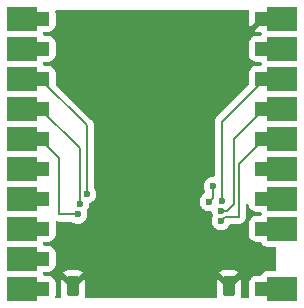
<source format=gbr>
%TF.GenerationSoftware,KiCad,Pcbnew,9.0.1+dfsg-1*%
%TF.CreationDate,2025-05-01T11:04:40+02:00*%
%TF.ProjectId,sim-and-sd-card,73696d2d-616e-4642-9d73-642d63617264,rev?*%
%TF.SameCoordinates,Original*%
%TF.FileFunction,Copper,L2,Bot*%
%TF.FilePolarity,Positive*%
%FSLAX46Y46*%
G04 Gerber Fmt 4.6, Leading zero omitted, Abs format (unit mm)*
G04 Created by KiCad (PCBNEW 9.0.1+dfsg-1) date 2025-05-01 11:04:40*
%MOMM*%
%LPD*%
G01*
G04 APERTURE LIST*
G04 Aperture macros list*
%AMRoundRect*
0 Rectangle with rounded corners*
0 $1 Rounding radius*
0 $2 $3 $4 $5 $6 $7 $8 $9 X,Y pos of 4 corners*
0 Add a 4 corners polygon primitive as box body*
4,1,4,$2,$3,$4,$5,$6,$7,$8,$9,$2,$3,0*
0 Add four circle primitives for the rounded corners*
1,1,$1+$1,$2,$3*
1,1,$1+$1,$4,$5*
1,1,$1+$1,$6,$7*
1,1,$1+$1,$8,$9*
0 Add four rect primitives between the rounded corners*
20,1,$1+$1,$2,$3,$4,$5,0*
20,1,$1+$1,$4,$5,$6,$7,0*
20,1,$1+$1,$6,$7,$8,$9,0*
20,1,$1+$1,$8,$9,$2,$3,0*%
G04 Aperture macros list end*
%TA.AperFunction,ComponentPad*%
%ADD10RoundRect,0.172244X-0.352756X-0.677756X0.352756X-0.677756X0.352756X0.677756X-0.352756X0.677756X0*%
%TD*%
%TA.AperFunction,ComponentPad*%
%ADD11RoundRect,0.172244X0.352756X0.677756X-0.352756X0.677756X-0.352756X-0.677756X0.352756X-0.677756X0*%
%TD*%
%TA.AperFunction,CastellatedPad*%
%ADD12R,2.540000X2.000000*%
%TD*%
%TA.AperFunction,ComponentPad*%
%ADD13RoundRect,0.250000X-0.375000X-0.375000X0.375000X-0.375000X0.375000X0.375000X-0.375000X0.375000X0*%
%TD*%
%TA.AperFunction,ViaPad*%
%ADD14C,0.600000*%
%TD*%
%TA.AperFunction,Conductor*%
%ADD15C,0.200000*%
%TD*%
G04 APERTURE END LIST*
D10*
%TO.P,J1,G1,GND*%
%TO.N,GND*%
X53015400Y-60020200D03*
D11*
%TO.P,J1,G8,GND*%
X66205400Y-60020200D03*
%TD*%
D12*
%TO.P,M1,1*%
%TO.N,unconnected-(M1-Pad1)_1*%
X70720800Y-60248800D03*
D13*
X69020800Y-60248800D03*
D12*
%TO.P,M1,3*%
%TO.N,SIM_VCC*%
X70720800Y-55168800D03*
D13*
X69020800Y-55168800D03*
D12*
%TO.P,M1,4*%
%TO.N,SIM_RESET*%
X70720800Y-52628800D03*
D13*
X69020800Y-52628800D03*
D12*
%TO.P,M1,5*%
%TO.N,SIM_VPP*%
X70720800Y-50088800D03*
D13*
X69020800Y-50088800D03*
D12*
%TO.P,M1,6*%
%TO.N,SD_VDD*%
X70720800Y-47548800D03*
D13*
X69020800Y-47548800D03*
D12*
%TO.P,M1,7*%
%TO.N,SIM_GND*%
X70720800Y-45008800D03*
D13*
X69020800Y-45008800D03*
D12*
%TO.P,M1,8*%
%TO.N,SD_CMD*%
X70720800Y-42468800D03*
D13*
X69020800Y-42468800D03*
D12*
%TO.P,M1,9*%
%TO.N,SD_CD*%
X70720800Y-39928800D03*
D13*
X69020800Y-39928800D03*
D12*
%TO.P,M1,10,GND*%
%TO.N,GND*%
X70720800Y-37388800D03*
D13*
X69020800Y-37388800D03*
%TO.P,M1,11*%
%TO.N,SD_DAT2*%
X50420800Y-60248800D03*
D12*
X48720800Y-60248800D03*
D13*
%TO.P,M1,12*%
%TO.N,SIM_AUX1*%
X50420800Y-57708800D03*
D12*
X48720800Y-57708800D03*
D13*
%TO.P,M1,13*%
%TO.N,SIM_CLK*%
X50420800Y-55168800D03*
D12*
X48720800Y-55168800D03*
D13*
%TO.P,M1,14*%
%TO.N,SIM_DATA*%
X50420800Y-52628800D03*
D12*
X48720800Y-52628800D03*
D13*
%TO.P,M1,15*%
%TO.N,SD_CLK*%
X50420800Y-50088800D03*
D12*
X48720800Y-50088800D03*
D13*
%TO.P,M1,16*%
%TO.N,SIM_AUX2*%
X50420800Y-47548800D03*
D12*
X48720800Y-47548800D03*
D13*
%TO.P,M1,17*%
%TO.N,SD_GND*%
X50420800Y-45008800D03*
D12*
X48720800Y-45008800D03*
D13*
%TO.P,M1,18*%
%TO.N,SD_DAT0*%
X50420800Y-42468800D03*
D12*
X48720800Y-42468800D03*
D13*
%TO.P,M1,19*%
%TO.N,SD_PRESENT*%
X50420800Y-39928800D03*
D12*
X48720800Y-39928800D03*
D13*
%TO.P,M1,20*%
%TO.N,SD_DAT1*%
X50420800Y-37388800D03*
D12*
X48720800Y-37388800D03*
%TD*%
D14*
%TO.N,SD_GND*%
X53594000Y-53060600D03*
%TO.N,SD_DAT2*%
X64871600Y-51580200D03*
X64541400Y-52882800D03*
%TO.N,SIM_AUX2*%
X53416200Y-53949600D03*
%TO.N,GND*%
X52385420Y-42915380D03*
X64750200Y-50342800D03*
X64795400Y-47269400D03*
X66395600Y-38709600D03*
X64750200Y-49227480D03*
X64750200Y-48389400D03*
X53694400Y-44297600D03*
%TO.N,SD_VDD*%
X65557480Y-54490975D03*
%TO.N,SIM_GND*%
X65564884Y-53627080D03*
%TO.N,SD_CMD*%
X65614204Y-52828601D03*
%TO.N,SD_DAT0*%
X54194000Y-52222400D03*
%TD*%
D15*
%TO.N,SD_GND*%
X53594000Y-53060600D02*
X53594000Y-48352000D01*
X53594000Y-48352000D02*
X50250800Y-45008800D01*
X50250800Y-45008800D02*
X49920800Y-45008800D01*
%TO.N,SD_DAT2*%
X64871600Y-51580200D02*
X64871600Y-52552600D01*
X64871600Y-52552600D02*
X64541400Y-52882800D01*
%TO.N,SIM_AUX2*%
X50250800Y-47548800D02*
X49920800Y-47548800D01*
X53416200Y-53949600D02*
X51917600Y-53949600D01*
X51866800Y-53898800D02*
X51866800Y-49164800D01*
X51866800Y-49164800D02*
X50250800Y-47548800D01*
X51917600Y-53949600D02*
X51866800Y-53898800D01*
%TO.N,GND*%
X64750200Y-50342800D02*
X64750200Y-47314600D01*
X64750200Y-47314600D02*
X64795400Y-47269400D01*
%TO.N,SD_VDD*%
X69181000Y-47548800D02*
X69511000Y-47548800D01*
X65895655Y-54152800D02*
X67056000Y-54152800D01*
X67056000Y-54152800D02*
X67056000Y-49673800D01*
X67056000Y-49673800D02*
X69181000Y-47548800D01*
X65557480Y-54490975D02*
X65895655Y-54152800D01*
%TO.N,SIM_GND*%
X66656000Y-47533800D02*
X69181000Y-45008800D01*
X66083120Y-53627080D02*
X66656000Y-53054200D01*
X69181000Y-45008800D02*
X69511000Y-45008800D01*
X65564884Y-53627080D02*
X66083120Y-53627080D01*
X66656000Y-53054200D02*
X66656000Y-47533800D01*
%TO.N,SD_CMD*%
X69241000Y-42468800D02*
X69511000Y-42468800D01*
X65614204Y-46095596D02*
X69241000Y-42468800D01*
X65614204Y-52828601D02*
X65614204Y-46095596D01*
%TO.N,SD_DAT0*%
X50250800Y-42468800D02*
X49920800Y-42468800D01*
X54194000Y-46412000D02*
X50250800Y-42468800D01*
X54194000Y-52222400D02*
X54194000Y-46412000D01*
%TD*%
%TA.AperFunction,Conductor*%
%TO.N,GND*%
G36*
X67881739Y-36638985D02*
G01*
X67927494Y-36691789D01*
X67937438Y-36760947D01*
X67932406Y-36782304D01*
X67906294Y-36861102D01*
X67906293Y-36861109D01*
X67895800Y-36963813D01*
X67895800Y-37813771D01*
X67895801Y-37813787D01*
X67906294Y-37916497D01*
X67961441Y-38082919D01*
X67961443Y-38082924D01*
X67965899Y-38090147D01*
X68645800Y-37410246D01*
X68645800Y-37438170D01*
X68671356Y-37533545D01*
X68720725Y-37619055D01*
X68790545Y-37688875D01*
X68876055Y-37738244D01*
X68971430Y-37763800D01*
X68999350Y-37763800D01*
X68319450Y-38443700D01*
X68326675Y-38448157D01*
X68493102Y-38503305D01*
X68493109Y-38503306D01*
X68595819Y-38513799D01*
X68877679Y-38513799D01*
X68898925Y-38520037D01*
X68921009Y-38521616D01*
X68931792Y-38529687D01*
X68944718Y-38533483D01*
X68959218Y-38550217D01*
X68976944Y-38563486D01*
X68987557Y-38582922D01*
X68990473Y-38586287D01*
X68993859Y-38594462D01*
X69001426Y-38614748D01*
X69006413Y-38684439D01*
X69001427Y-38701420D01*
X68993514Y-38722635D01*
X68951643Y-38778568D01*
X68886178Y-38802984D01*
X68877333Y-38803300D01*
X68595799Y-38803300D01*
X68595780Y-38803301D01*
X68493003Y-38813800D01*
X68493000Y-38813801D01*
X68326468Y-38868985D01*
X68326463Y-38868987D01*
X68177142Y-38961089D01*
X68053089Y-39085142D01*
X67960987Y-39234463D01*
X67960986Y-39234466D01*
X67905801Y-39401003D01*
X67905801Y-39401004D01*
X67905800Y-39401004D01*
X67895300Y-39503783D01*
X67895300Y-40353801D01*
X67895301Y-40353819D01*
X67905800Y-40456596D01*
X67905801Y-40456599D01*
X67960985Y-40623131D01*
X67960986Y-40623134D01*
X68053088Y-40772456D01*
X68177144Y-40896512D01*
X68326466Y-40988614D01*
X68493003Y-41043799D01*
X68595791Y-41054300D01*
X68877333Y-41054299D01*
X68898579Y-41060537D01*
X68920662Y-41062116D01*
X68931444Y-41070187D01*
X68944372Y-41073983D01*
X68958873Y-41090718D01*
X68976597Y-41103985D01*
X68987212Y-41123423D01*
X68990127Y-41126787D01*
X68993513Y-41134961D01*
X69001160Y-41155462D01*
X69006147Y-41225152D01*
X69001161Y-41242135D01*
X68993514Y-41262636D01*
X68951641Y-41318569D01*
X68886176Y-41342984D01*
X68877333Y-41343300D01*
X68595799Y-41343300D01*
X68595780Y-41343301D01*
X68493003Y-41353800D01*
X68493000Y-41353801D01*
X68326468Y-41408985D01*
X68326463Y-41408987D01*
X68177142Y-41501089D01*
X68053089Y-41625142D01*
X67960987Y-41774463D01*
X67960986Y-41774466D01*
X67905801Y-41941003D01*
X67905801Y-41941004D01*
X67905800Y-41941004D01*
X67895300Y-42043783D01*
X67895300Y-42893800D01*
X67895302Y-42893821D01*
X67895936Y-42900032D01*
X67883161Y-42968724D01*
X67860258Y-43000305D01*
X65245490Y-45615074D01*
X65133685Y-45726878D01*
X65133684Y-45726880D01*
X65100326Y-45784658D01*
X65054627Y-45863811D01*
X65013703Y-46016539D01*
X65013703Y-46016541D01*
X65013703Y-46184642D01*
X65013704Y-46184655D01*
X65013704Y-50655700D01*
X64994019Y-50722739D01*
X64941215Y-50768494D01*
X64889704Y-50779700D01*
X64792755Y-50779700D01*
X64638110Y-50810461D01*
X64638098Y-50810464D01*
X64492427Y-50870802D01*
X64492414Y-50870809D01*
X64361311Y-50958410D01*
X64361307Y-50958413D01*
X64249813Y-51069907D01*
X64249810Y-51069911D01*
X64162209Y-51201014D01*
X64162202Y-51201027D01*
X64101864Y-51346698D01*
X64101861Y-51346710D01*
X64071100Y-51501353D01*
X64071100Y-51659046D01*
X64101861Y-51813689D01*
X64101864Y-51813701D01*
X64162202Y-51959372D01*
X64162208Y-51959383D01*
X64192187Y-52004250D01*
X64213064Y-52070928D01*
X64194579Y-52138308D01*
X64157975Y-52176242D01*
X64031111Y-52261010D01*
X64031107Y-52261013D01*
X63919613Y-52372507D01*
X63919610Y-52372511D01*
X63832009Y-52503614D01*
X63832002Y-52503627D01*
X63771664Y-52649298D01*
X63771661Y-52649310D01*
X63740900Y-52803953D01*
X63740900Y-52961646D01*
X63771661Y-53116289D01*
X63771664Y-53116301D01*
X63832002Y-53261972D01*
X63832009Y-53261985D01*
X63919610Y-53393088D01*
X63919613Y-53393092D01*
X64031107Y-53504586D01*
X64031111Y-53504589D01*
X64162214Y-53592190D01*
X64162227Y-53592197D01*
X64307898Y-53652535D01*
X64307903Y-53652537D01*
X64429237Y-53676672D01*
X64462553Y-53683299D01*
X64462556Y-53683300D01*
X64462558Y-53683300D01*
X64620242Y-53683300D01*
X64632950Y-53680772D01*
X64702540Y-53686998D01*
X64757719Y-53729860D01*
X64778760Y-53778197D01*
X64795145Y-53860571D01*
X64795148Y-53860581D01*
X64854442Y-54003731D01*
X64861911Y-54073200D01*
X64849248Y-54109620D01*
X64848087Y-54111791D01*
X64787744Y-54257473D01*
X64787741Y-54257485D01*
X64756980Y-54412128D01*
X64756980Y-54569821D01*
X64787741Y-54724464D01*
X64787744Y-54724476D01*
X64848082Y-54870147D01*
X64848089Y-54870160D01*
X64935690Y-55001263D01*
X64935693Y-55001267D01*
X65047187Y-55112761D01*
X65047191Y-55112764D01*
X65178294Y-55200365D01*
X65178307Y-55200372D01*
X65323978Y-55260710D01*
X65323983Y-55260712D01*
X65478633Y-55291474D01*
X65478636Y-55291475D01*
X65478638Y-55291475D01*
X65636324Y-55291475D01*
X65636325Y-55291474D01*
X65790977Y-55260712D01*
X65936659Y-55200369D01*
X66067769Y-55112764D01*
X66179269Y-55001264D01*
X66266874Y-54870154D01*
X66283569Y-54829847D01*
X66327409Y-54775444D01*
X66393703Y-54753379D01*
X66398130Y-54753300D01*
X67135055Y-54753300D01*
X67135057Y-54753300D01*
X67287784Y-54712377D01*
X67424716Y-54633320D01*
X67536520Y-54521516D01*
X67615577Y-54384584D01*
X67656500Y-54231857D01*
X67656500Y-53150177D01*
X67676185Y-53083138D01*
X67728989Y-53037383D01*
X67798147Y-53027439D01*
X67861703Y-53056464D01*
X67899477Y-53115242D01*
X67903858Y-53137576D01*
X67905800Y-53156596D01*
X67905801Y-53156599D01*
X67940719Y-53261972D01*
X67960986Y-53323134D01*
X68053088Y-53472456D01*
X68177144Y-53596512D01*
X68326466Y-53688614D01*
X68493003Y-53743799D01*
X68595791Y-53754300D01*
X68877333Y-53754299D01*
X68898579Y-53760537D01*
X68920662Y-53762116D01*
X68931444Y-53770187D01*
X68944372Y-53773983D01*
X68958873Y-53790718D01*
X68976597Y-53803985D01*
X68987212Y-53823423D01*
X68990127Y-53826787D01*
X68993513Y-53834961D01*
X69001160Y-53855462D01*
X69006147Y-53925152D01*
X69001161Y-53942135D01*
X68993514Y-53962636D01*
X68951641Y-54018569D01*
X68886176Y-54042984D01*
X68877333Y-54043300D01*
X68595799Y-54043300D01*
X68595780Y-54043301D01*
X68493003Y-54053800D01*
X68493000Y-54053801D01*
X68326468Y-54108985D01*
X68326463Y-54108987D01*
X68177142Y-54201089D01*
X68053089Y-54325142D01*
X67960987Y-54474463D01*
X67960986Y-54474466D01*
X67905801Y-54641003D01*
X67905801Y-54641004D01*
X67905800Y-54641004D01*
X67895300Y-54743783D01*
X67895300Y-55593801D01*
X67895301Y-55593819D01*
X67905800Y-55696596D01*
X67905801Y-55696599D01*
X67960985Y-55863131D01*
X67960986Y-55863134D01*
X68053088Y-56012456D01*
X68177144Y-56136512D01*
X68326466Y-56228614D01*
X68493003Y-56283799D01*
X68595791Y-56294300D01*
X68877333Y-56294299D01*
X68944372Y-56313983D01*
X68990127Y-56366787D01*
X68993514Y-56374964D01*
X69007004Y-56411132D01*
X69007005Y-56411134D01*
X69093252Y-56526344D01*
X69093255Y-56526347D01*
X69208464Y-56612593D01*
X69208471Y-56612597D01*
X69343317Y-56662891D01*
X69343316Y-56662891D01*
X69350244Y-56663635D01*
X69402927Y-56669300D01*
X70096300Y-56669299D01*
X70163339Y-56688983D01*
X70209094Y-56741787D01*
X70220300Y-56793299D01*
X70220300Y-58624300D01*
X70200615Y-58691339D01*
X70147811Y-58737094D01*
X70096300Y-58748300D01*
X69402929Y-58748300D01*
X69402923Y-58748301D01*
X69343316Y-58754708D01*
X69208471Y-58805002D01*
X69208464Y-58805006D01*
X69093255Y-58891252D01*
X69093252Y-58891255D01*
X69007005Y-59006465D01*
X68993514Y-59042636D01*
X68951641Y-59098569D01*
X68886176Y-59122984D01*
X68877333Y-59123300D01*
X68595799Y-59123300D01*
X68595780Y-59123301D01*
X68493003Y-59133800D01*
X68493000Y-59133801D01*
X68326468Y-59188985D01*
X68326463Y-59188987D01*
X68177142Y-59281089D01*
X68053089Y-59405142D01*
X67960987Y-59554463D01*
X67960986Y-59554466D01*
X67905801Y-59721003D01*
X67905801Y-59721004D01*
X67905800Y-59721004D01*
X67895300Y-59823783D01*
X67895300Y-60673801D01*
X67895301Y-60673819D01*
X67905800Y-60776596D01*
X67905801Y-60776599D01*
X67931879Y-60855296D01*
X67934281Y-60925124D01*
X67898549Y-60985166D01*
X67836029Y-61016359D01*
X67814173Y-61018300D01*
X67330979Y-61018300D01*
X67263940Y-60998615D01*
X67218185Y-60945811D01*
X67208241Y-60876653D01*
X67212594Y-60857409D01*
X67224244Y-60820020D01*
X67230399Y-60752283D01*
X67230399Y-59348752D01*
X67230398Y-59348751D01*
X66469856Y-60109294D01*
X66408533Y-60142779D01*
X66338841Y-60137795D01*
X66294494Y-60109294D01*
X66265400Y-60080200D01*
X66265400Y-59606648D01*
X67019228Y-58852820D01*
X66975785Y-58809377D01*
X66975780Y-58809373D01*
X66836081Y-58724923D01*
X66836074Y-58724920D01*
X66680221Y-58676355D01*
X66680223Y-58676355D01*
X66612483Y-58670200D01*
X65798305Y-58670200D01*
X65730585Y-58676353D01*
X65730578Y-58676355D01*
X65574725Y-58724920D01*
X65574718Y-58724923D01*
X65435019Y-58809373D01*
X65435014Y-58809377D01*
X65391572Y-58852820D01*
X65945754Y-59407002D01*
X65895848Y-59456909D01*
X65865400Y-59530418D01*
X65865400Y-60033752D01*
X65180400Y-59348752D01*
X65180400Y-60752294D01*
X65186553Y-60820014D01*
X65186554Y-60820018D01*
X65198206Y-60857409D01*
X65199358Y-60927269D01*
X65162557Y-60986662D01*
X65099488Y-61016730D01*
X65079821Y-61018300D01*
X54140979Y-61018300D01*
X54073940Y-60998615D01*
X54028185Y-60945811D01*
X54018241Y-60876653D01*
X54022594Y-60857409D01*
X54034244Y-60820020D01*
X54040399Y-60752283D01*
X54040399Y-59348752D01*
X54040398Y-59348751D01*
X53355400Y-60033749D01*
X53355400Y-59530418D01*
X53324952Y-59456909D01*
X53275045Y-59407002D01*
X53829228Y-58852820D01*
X53785785Y-58809377D01*
X53785780Y-58809373D01*
X53646081Y-58724923D01*
X53646074Y-58724920D01*
X53490221Y-58676355D01*
X53490223Y-58676355D01*
X53422483Y-58670200D01*
X52608305Y-58670200D01*
X52540585Y-58676353D01*
X52540578Y-58676355D01*
X52384725Y-58724920D01*
X52384718Y-58724923D01*
X52245019Y-58809373D01*
X52245014Y-58809377D01*
X52201572Y-58852820D01*
X52955400Y-59606648D01*
X52955400Y-60080200D01*
X52926305Y-60109295D01*
X52864982Y-60142780D01*
X52795290Y-60137796D01*
X52750943Y-60109295D01*
X51990400Y-59348752D01*
X51990400Y-60752294D01*
X51996553Y-60820014D01*
X51996554Y-60820018D01*
X52008206Y-60857409D01*
X52009358Y-60927269D01*
X51972557Y-60986662D01*
X51909488Y-61016730D01*
X51889821Y-61018300D01*
X51627426Y-61018300D01*
X51560387Y-60998615D01*
X51514632Y-60945811D01*
X51504688Y-60876653D01*
X51509718Y-60855303D01*
X51535799Y-60776597D01*
X51546300Y-60673809D01*
X51546299Y-59823792D01*
X51535799Y-59721003D01*
X51480614Y-59554466D01*
X51388512Y-59405144D01*
X51264456Y-59281088D01*
X51115134Y-59188986D01*
X50948597Y-59133801D01*
X50948595Y-59133800D01*
X50845816Y-59123300D01*
X50845809Y-59123300D01*
X50564266Y-59123300D01*
X50543020Y-59117061D01*
X50520932Y-59115482D01*
X50510148Y-59107409D01*
X50497227Y-59103615D01*
X50482727Y-59086881D01*
X50464999Y-59073610D01*
X50454385Y-59054173D01*
X50451472Y-59050811D01*
X50448084Y-59042633D01*
X50440438Y-59022133D01*
X50435454Y-58952441D01*
X50440439Y-58935464D01*
X50448086Y-58914963D01*
X50489959Y-58859030D01*
X50555424Y-58834615D01*
X50564267Y-58834299D01*
X50845802Y-58834299D01*
X50845808Y-58834299D01*
X50948597Y-58823799D01*
X51115134Y-58768614D01*
X51264456Y-58676512D01*
X51388512Y-58552456D01*
X51480614Y-58403134D01*
X51535799Y-58236597D01*
X51546300Y-58133809D01*
X51546299Y-57283792D01*
X51535799Y-57181003D01*
X51480614Y-57014466D01*
X51388512Y-56865144D01*
X51264456Y-56741088D01*
X51171688Y-56683869D01*
X51115136Y-56648987D01*
X51115131Y-56648985D01*
X51113662Y-56648498D01*
X50948597Y-56593801D01*
X50948595Y-56593800D01*
X50845816Y-56583300D01*
X50845809Y-56583300D01*
X50564266Y-56583300D01*
X50543020Y-56577061D01*
X50520932Y-56575482D01*
X50510148Y-56567409D01*
X50497227Y-56563615D01*
X50482727Y-56546881D01*
X50464999Y-56533610D01*
X50454385Y-56514173D01*
X50451472Y-56510811D01*
X50448084Y-56502633D01*
X50440438Y-56482133D01*
X50435454Y-56412441D01*
X50440439Y-56395464D01*
X50448086Y-56374963D01*
X50489959Y-56319030D01*
X50555424Y-56294615D01*
X50564267Y-56294299D01*
X50845802Y-56294299D01*
X50845808Y-56294299D01*
X50948597Y-56283799D01*
X51115134Y-56228614D01*
X51264456Y-56136512D01*
X51388512Y-56012456D01*
X51480614Y-55863134D01*
X51535799Y-55696597D01*
X51546300Y-55593809D01*
X51546299Y-54743792D01*
X51536009Y-54643063D01*
X51548778Y-54574373D01*
X51596659Y-54523489D01*
X51664449Y-54506568D01*
X51691455Y-54510688D01*
X51838543Y-54550100D01*
X51996657Y-54550100D01*
X52836434Y-54550100D01*
X52903473Y-54569785D01*
X52905325Y-54570998D01*
X53037014Y-54658990D01*
X53037027Y-54658997D01*
X53165900Y-54712377D01*
X53182703Y-54719337D01*
X53305601Y-54743783D01*
X53337353Y-54750099D01*
X53337356Y-54750100D01*
X53337358Y-54750100D01*
X53495044Y-54750100D01*
X53495045Y-54750099D01*
X53649697Y-54719337D01*
X53795379Y-54658994D01*
X53926489Y-54571389D01*
X54037989Y-54459889D01*
X54125594Y-54328779D01*
X54127101Y-54325142D01*
X54155125Y-54257485D01*
X54185937Y-54183097D01*
X54216700Y-54028442D01*
X54216700Y-53870758D01*
X54216700Y-53870755D01*
X54216699Y-53870753D01*
X54209579Y-53834961D01*
X54185937Y-53716103D01*
X54183857Y-53711083D01*
X54176384Y-53641617D01*
X54207654Y-53579135D01*
X54210685Y-53575992D01*
X54215789Y-53570889D01*
X54303394Y-53439779D01*
X54363737Y-53294097D01*
X54394500Y-53139442D01*
X54394500Y-53088659D01*
X54414185Y-53021620D01*
X54466989Y-52975865D01*
X54471048Y-52974098D01*
X54573172Y-52931797D01*
X54573172Y-52931796D01*
X54573179Y-52931794D01*
X54704289Y-52844189D01*
X54815789Y-52732689D01*
X54903394Y-52601579D01*
X54963737Y-52455897D01*
X54994500Y-52301242D01*
X54994500Y-52143558D01*
X54994500Y-52143555D01*
X54994499Y-52143553D01*
X54989818Y-52120021D01*
X54963737Y-51988903D01*
X54951505Y-51959372D01*
X54903397Y-51843227D01*
X54903390Y-51843214D01*
X54815398Y-51711525D01*
X54794520Y-51644847D01*
X54794500Y-51642634D01*
X54794500Y-46501059D01*
X54794501Y-46501046D01*
X54794501Y-46332945D01*
X54794501Y-46332943D01*
X54753577Y-46180215D01*
X54721005Y-46123799D01*
X54674520Y-46043284D01*
X54562716Y-45931480D01*
X54562715Y-45931479D01*
X54558385Y-45927149D01*
X54558374Y-45927139D01*
X51582618Y-42951383D01*
X51549133Y-42890060D01*
X51546299Y-42863710D01*
X51546299Y-42043792D01*
X51535799Y-41941003D01*
X51480614Y-41774466D01*
X51388512Y-41625144D01*
X51264456Y-41501088D01*
X51115134Y-41408986D01*
X50948597Y-41353801D01*
X50948595Y-41353800D01*
X50845816Y-41343300D01*
X50845809Y-41343300D01*
X50564266Y-41343300D01*
X50543020Y-41337061D01*
X50520932Y-41335482D01*
X50510148Y-41327409D01*
X50497227Y-41323615D01*
X50482727Y-41306881D01*
X50464999Y-41293610D01*
X50454385Y-41274173D01*
X50451472Y-41270811D01*
X50448084Y-41262633D01*
X50440438Y-41242133D01*
X50435454Y-41172441D01*
X50440439Y-41155464D01*
X50448086Y-41134963D01*
X50489959Y-41079030D01*
X50555424Y-41054615D01*
X50564267Y-41054299D01*
X50845802Y-41054299D01*
X50845808Y-41054299D01*
X50948597Y-41043799D01*
X51115134Y-40988614D01*
X51264456Y-40896512D01*
X51388512Y-40772456D01*
X51480614Y-40623134D01*
X51535799Y-40456597D01*
X51546300Y-40353809D01*
X51546299Y-39503792D01*
X51535799Y-39401003D01*
X51480614Y-39234466D01*
X51388512Y-39085144D01*
X51264456Y-38961088D01*
X51115134Y-38868986D01*
X50948597Y-38813801D01*
X50948595Y-38813800D01*
X50845816Y-38803300D01*
X50845809Y-38803300D01*
X50564266Y-38803300D01*
X50543020Y-38797061D01*
X50520932Y-38795482D01*
X50510148Y-38787409D01*
X50497227Y-38783615D01*
X50482727Y-38766881D01*
X50464999Y-38753610D01*
X50454385Y-38734173D01*
X50451472Y-38730811D01*
X50448084Y-38722633D01*
X50440438Y-38702133D01*
X50435454Y-38632441D01*
X50440439Y-38615464D01*
X50448086Y-38594963D01*
X50489959Y-38539030D01*
X50555424Y-38514615D01*
X50564267Y-38514299D01*
X50845802Y-38514299D01*
X50845808Y-38514299D01*
X50948597Y-38503799D01*
X51115134Y-38448614D01*
X51264456Y-38356512D01*
X51388512Y-38232456D01*
X51480614Y-38083134D01*
X51535799Y-37916597D01*
X51546300Y-37813809D01*
X51546299Y-36963792D01*
X51535799Y-36861003D01*
X51535318Y-36859553D01*
X51509721Y-36782304D01*
X51507319Y-36712476D01*
X51543051Y-36652434D01*
X51605571Y-36621241D01*
X51627427Y-36619300D01*
X67814700Y-36619300D01*
X67881739Y-36638985D01*
G37*
%TD.AperFunction*%
%TD*%
M02*

</source>
